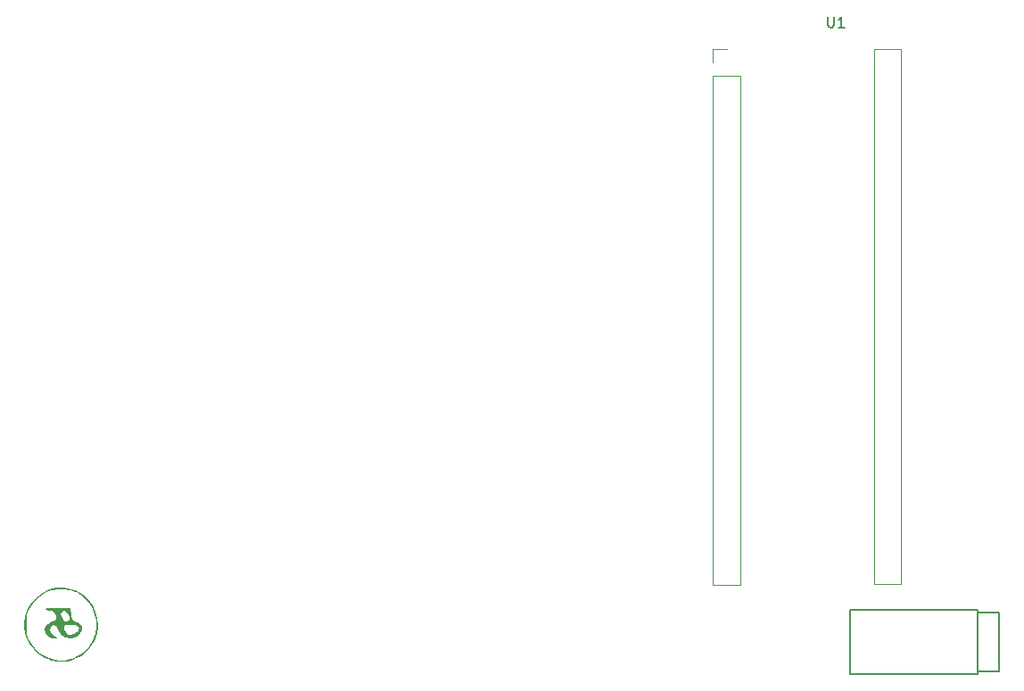
<source format=gbo>
%TF.GenerationSoftware,KiCad,Pcbnew,8.0.4*%
%TF.CreationDate,2024-09-28T20:06:11+02:00*%
%TF.ProjectId,keyboard_pcb,6b657962-6f61-4726-945f-7063622e6b69,rev1.0*%
%TF.SameCoordinates,Original*%
%TF.FileFunction,Legend,Bot*%
%TF.FilePolarity,Positive*%
%FSLAX46Y46*%
G04 Gerber Fmt 4.6, Leading zero omitted, Abs format (unit mm)*
G04 Created by KiCad (PCBNEW 8.0.4) date 2024-09-28 20:06:11*
%MOMM*%
%LPD*%
G01*
G04 APERTURE LIST*
%ADD10C,0.150000*%
%ADD11C,0.120000*%
%ADD12C,0.000000*%
G04 APERTURE END LIST*
D10*
X188653095Y-48664819D02*
X188653095Y-49474342D01*
X188653095Y-49474342D02*
X188700714Y-49569580D01*
X188700714Y-49569580D02*
X188748333Y-49617200D01*
X188748333Y-49617200D02*
X188843571Y-49664819D01*
X188843571Y-49664819D02*
X189034047Y-49664819D01*
X189034047Y-49664819D02*
X189129285Y-49617200D01*
X189129285Y-49617200D02*
X189176904Y-49569580D01*
X189176904Y-49569580D02*
X189224523Y-49474342D01*
X189224523Y-49474342D02*
X189224523Y-48664819D01*
X190224523Y-49664819D02*
X189653095Y-49664819D01*
X189938809Y-49664819D02*
X189938809Y-48664819D01*
X189938809Y-48664819D02*
X189843571Y-48807676D01*
X189843571Y-48807676D02*
X189748333Y-48902914D01*
X189748333Y-48902914D02*
X189653095Y-48950533D01*
%TO.C,J1*%
X190750000Y-104950000D02*
X190750000Y-111050000D01*
X202850000Y-104950000D02*
X190750000Y-104950000D01*
X202850000Y-104950000D02*
X202850000Y-111050000D01*
X202850000Y-105200000D02*
X204850000Y-105200000D01*
X202850000Y-110800000D02*
X204850000Y-110800000D01*
X202850000Y-111050000D02*
X190750000Y-111050000D01*
X204850000Y-105200000D02*
X204850000Y-110800000D01*
D11*
%TO.C,U1*%
X177705000Y-51690000D02*
X179035000Y-51690000D01*
X177705000Y-53020000D02*
X177705000Y-51690000D01*
X177705000Y-54290000D02*
X180365000Y-54290000D01*
X177705000Y-102610000D02*
X177705000Y-54290000D01*
X180365000Y-54290000D02*
X180365000Y-102610000D01*
X180365000Y-102610000D02*
X177705000Y-102610000D01*
X193005000Y-51750000D02*
X195545000Y-51750000D01*
X193005000Y-102550000D02*
X193005000Y-51750000D01*
X195545000Y-51750000D02*
X195545000Y-102550000D01*
X195545000Y-102550000D02*
X193005000Y-102550000D01*
D12*
%TO.C,G\u002A\u002A\u002A*%
G36*
X119272580Y-107232603D02*
G01*
X119033250Y-107914727D01*
X118643218Y-108559603D01*
X118627512Y-108580265D01*
X118221658Y-109023986D01*
X117737047Y-109380631D01*
X117129033Y-109683333D01*
X116991192Y-109738875D01*
X116751926Y-109816236D01*
X116507173Y-109858465D01*
X116202479Y-109873007D01*
X115783389Y-109867308D01*
X115400526Y-109853104D01*
X115098190Y-109824739D01*
X114851074Y-109769601D01*
X114600074Y-109674173D01*
X114286086Y-109524941D01*
X113798542Y-109233944D01*
X113247827Y-108746347D01*
X112822065Y-108164756D01*
X112529327Y-107508650D01*
X112377686Y-106797503D01*
X112376281Y-106373000D01*
X112571000Y-106373000D01*
X112574558Y-106776517D01*
X112591223Y-107094307D01*
X112628807Y-107336476D01*
X112695105Y-107551652D01*
X112797912Y-107788463D01*
X112934441Y-108047049D01*
X113366332Y-108627305D01*
X113912376Y-109114196D01*
X114541092Y-109482784D01*
X115221001Y-109708130D01*
X115259630Y-109716091D01*
X115732715Y-109784489D01*
X116158886Y-109773940D01*
X116635000Y-109682703D01*
X116886671Y-109610934D01*
X117544314Y-109320563D01*
X118095668Y-108922509D01*
X118538664Y-108436342D01*
X118871229Y-107881634D01*
X119091293Y-107277956D01*
X119196785Y-106644878D01*
X119185635Y-106001972D01*
X119055770Y-105368808D01*
X118805121Y-104764958D01*
X118431615Y-104209993D01*
X117933184Y-103723483D01*
X117307754Y-103325000D01*
X117252213Y-103297165D01*
X117026421Y-103193044D01*
X116823691Y-103126880D01*
X116595936Y-103090160D01*
X116295068Y-103074371D01*
X115873000Y-103071000D01*
X115802351Y-103071050D01*
X115398538Y-103075977D01*
X115108370Y-103094913D01*
X114883239Y-103136261D01*
X114674540Y-103208422D01*
X114433667Y-103319799D01*
X114194331Y-103451801D01*
X113649223Y-103863221D01*
X113174565Y-104373657D01*
X112819799Y-104933667D01*
X112800953Y-104972334D01*
X112695765Y-105205552D01*
X112628577Y-105413621D01*
X112590989Y-105645148D01*
X112574597Y-105948739D01*
X112571000Y-106373000D01*
X112376281Y-106373000D01*
X112375214Y-106050794D01*
X112529985Y-105287999D01*
X112670076Y-104916432D01*
X113032358Y-104298100D01*
X113510908Y-103774325D01*
X114083007Y-103357159D01*
X114725932Y-103058651D01*
X115416964Y-102890850D01*
X116133383Y-102865808D01*
X116852466Y-102995572D01*
X117288687Y-103156140D01*
X117917454Y-103518549D01*
X118442222Y-103988823D01*
X118856322Y-104546231D01*
X119153079Y-105170044D01*
X119325822Y-105839531D01*
X119367880Y-106533961D01*
X119352750Y-106644878D01*
X119272580Y-107232603D01*
G37*
G36*
X117009391Y-105958163D02*
G01*
X117130517Y-106047303D01*
X117328562Y-106129698D01*
X117392056Y-106154951D01*
X117673388Y-106314963D01*
X117820317Y-106522936D01*
X117842940Y-106680163D01*
X117862667Y-106817260D01*
X117849440Y-106916660D01*
X117720163Y-107173579D01*
X117485445Y-107415037D01*
X117185333Y-107595048D01*
X117112098Y-107618106D01*
X116856632Y-107653739D01*
X116564435Y-107653985D01*
X116510413Y-107649427D01*
X116228252Y-107591762D01*
X116004464Y-107461699D01*
X115802268Y-107229652D01*
X115584882Y-106866031D01*
X115443041Y-106632566D01*
X116169333Y-106632566D01*
X116198430Y-106839566D01*
X116305669Y-107103516D01*
X116457175Y-107281870D01*
X116533583Y-107319109D01*
X116791413Y-107340201D01*
X117083040Y-107264776D01*
X117349829Y-107113302D01*
X117533142Y-106906251D01*
X117550941Y-106868853D01*
X117558177Y-106680163D01*
X117413235Y-106537357D01*
X117126983Y-106446920D01*
X116710287Y-106415333D01*
X116625710Y-106415434D01*
X116368129Y-106421995D01*
X116231946Y-106450033D01*
X116178551Y-106515055D01*
X116169333Y-106632566D01*
X115443041Y-106632566D01*
X115440447Y-106628296D01*
X115304287Y-106494779D01*
X115155037Y-106457667D01*
X114972674Y-106509036D01*
X114856563Y-106662065D01*
X114828788Y-106875483D01*
X114885786Y-107107278D01*
X115023996Y-107315438D01*
X115239855Y-107457950D01*
X115352312Y-107505887D01*
X115476211Y-107596936D01*
X115439475Y-107661073D01*
X115241984Y-107685333D01*
X114978688Y-107654210D01*
X114649382Y-107504328D01*
X114427317Y-107249721D01*
X114400196Y-107194430D01*
X114307307Y-106844243D01*
X114374863Y-106545815D01*
X114601047Y-106302833D01*
X114984046Y-106118985D01*
X115006755Y-106111367D01*
X115268284Y-105998810D01*
X115391580Y-105862382D01*
X115392450Y-105662400D01*
X115286701Y-105359179D01*
X115276507Y-105335954D01*
X115851510Y-105335954D01*
X115869902Y-105554559D01*
X115947370Y-105779101D01*
X116055300Y-105950537D01*
X116099236Y-105988914D01*
X116332999Y-106071659D01*
X116580550Y-106001280D01*
X116644888Y-105901990D01*
X116643831Y-105698956D01*
X116563453Y-105460218D01*
X116415821Y-105241441D01*
X116258050Y-105097076D01*
X116129204Y-105076583D01*
X115963832Y-105172689D01*
X115931038Y-105198916D01*
X115851510Y-105335954D01*
X115276507Y-105335954D01*
X115251160Y-105278207D01*
X115157759Y-105138217D01*
X115015501Y-105072376D01*
X114764152Y-105044399D01*
X114648099Y-105032927D01*
X114428137Y-104981958D01*
X114326605Y-104910127D01*
X114326584Y-104910062D01*
X114346720Y-104866800D01*
X114454228Y-104838177D01*
X114669542Y-104822724D01*
X115013095Y-104818975D01*
X115505320Y-104825461D01*
X116719667Y-104849000D01*
X116837736Y-105418170D01*
X116870904Y-105575553D01*
X116933436Y-105816255D01*
X116979325Y-105901990D01*
X117009391Y-105958163D01*
G37*
%TD*%
M02*

</source>
